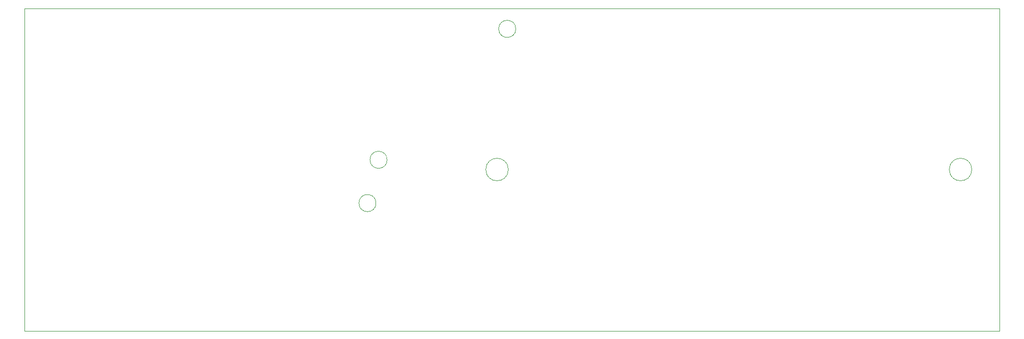
<source format=gbr>
%TF.GenerationSoftware,KiCad,Pcbnew,8.0.2*%
%TF.CreationDate,2024-06-13T14:38:33-04:00*%
%TF.ProjectId,CSL_AQS_V1,43534c5f-4151-4535-9f56-312e6b696361,rev?*%
%TF.SameCoordinates,Original*%
%TF.FileFunction,Profile,NP*%
%FSLAX46Y46*%
G04 Gerber Fmt 4.6, Leading zero omitted, Abs format (unit mm)*
G04 Created by KiCad (PCBNEW 8.0.2) date 2024-06-13 14:38:33*
%MOMM*%
%LPD*%
G01*
G04 APERTURE LIST*
%TA.AperFunction,Profile*%
%ADD10C,0.050000*%
%TD*%
%TA.AperFunction,Profile*%
%ADD11C,0.100000*%
%TD*%
G04 APERTURE END LIST*
D10*
X218440000Y-64770000D02*
X53340000Y-64770000D01*
X136526000Y-68256000D02*
G75*
G02*
X133626000Y-68256000I-1450000J0D01*
G01*
X133626000Y-68256000D02*
G75*
G02*
X136526000Y-68256000I1450000J0D01*
G01*
X53340000Y-64770000D02*
X53340000Y-119380000D01*
X218440000Y-119380000D02*
X218440000Y-64770000D01*
D11*
X135255000Y-92075000D02*
G75*
G02*
X131445000Y-92075000I-1905000J0D01*
G01*
X131445000Y-92075000D02*
G75*
G02*
X135255000Y-92075000I1905000J0D01*
G01*
D10*
X114734000Y-90424000D02*
G75*
G02*
X111834000Y-90424000I-1450000J0D01*
G01*
X111834000Y-90424000D02*
G75*
G02*
X114734000Y-90424000I1450000J0D01*
G01*
X53340000Y-119380000D02*
X218440000Y-119380000D01*
D11*
X213741000Y-92075000D02*
G75*
G02*
X209931000Y-92075000I-1905000J0D01*
G01*
X209931000Y-92075000D02*
G75*
G02*
X213741000Y-92075000I1905000J0D01*
G01*
D10*
X112860000Y-97760000D02*
G75*
G02*
X109960000Y-97760000I-1450000J0D01*
G01*
X109960000Y-97760000D02*
G75*
G02*
X112860000Y-97760000I1450000J0D01*
G01*
M02*

</source>
